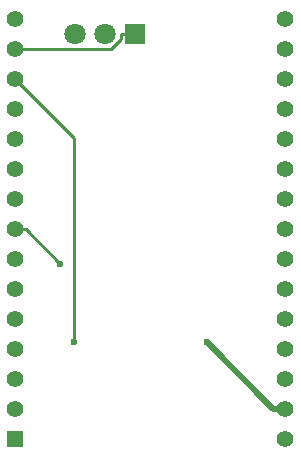
<source format=gbl>
G04 #@! TF.FileFunction,Copper,L2,Bot,Signal*
%FSLAX46Y46*%
G04 Gerber Fmt 4.6, Leading zero omitted, Abs format (unit mm)*
G04 Created by KiCad (PCBNEW 4.0.7) date 03/30/18 23:46:17*
%MOMM*%
%LPD*%
G01*
G04 APERTURE LIST*
%ADD10C,0.100000*%
%ADD11R,1.397000X1.397000*%
%ADD12C,1.397000*%
%ADD13R,1.800000X1.800000*%
%ADD14C,1.800000*%
%ADD15C,0.600000*%
%ADD16C,0.500000*%
%ADD17C,0.250000*%
G04 APERTURE END LIST*
D10*
D11*
X137160000Y-139700000D03*
D12*
X137160000Y-137160000D03*
X137160000Y-134620000D03*
X137160000Y-132080000D03*
X137160000Y-129540000D03*
X137160000Y-127000000D03*
X137160000Y-124460000D03*
X137160000Y-121920000D03*
X137160000Y-119380000D03*
X137160000Y-116840000D03*
X137160000Y-114300000D03*
X137160000Y-111760000D03*
X137160000Y-109220000D03*
X137160000Y-106680000D03*
X137160000Y-104140000D03*
X160020000Y-104140000D03*
X160020000Y-106680000D03*
X160020000Y-109220000D03*
X160020000Y-111760000D03*
X160020000Y-114300000D03*
X160020000Y-116840000D03*
X160020000Y-119380000D03*
X160020000Y-121920000D03*
X160020000Y-124460000D03*
X160020000Y-127000000D03*
X160020000Y-129540000D03*
X160020000Y-132080000D03*
X160020000Y-134620000D03*
X160020000Y-137160000D03*
X160020000Y-139700000D03*
D13*
X147320000Y-105410000D03*
D14*
X144780000Y-105410000D03*
X142240000Y-105410000D03*
D15*
X153342700Y-131514200D03*
X140976700Y-124865900D03*
X142155400Y-131535800D03*
D16*
X158988500Y-137160000D02*
X160020000Y-137160000D01*
X153342700Y-131514200D02*
X158988500Y-137160000D01*
D17*
X138030800Y-121920000D02*
X140976700Y-124865900D01*
X137160000Y-121920000D02*
X138030800Y-121920000D01*
X142155400Y-114215400D02*
X142155400Y-131535800D01*
X137160000Y-109220000D02*
X142155400Y-114215400D01*
X145284200Y-106680000D02*
X137160000Y-106680000D01*
X146094700Y-105869500D02*
X145284200Y-106680000D01*
X146094700Y-105410000D02*
X146094700Y-105869500D01*
X147320000Y-105410000D02*
X146094700Y-105410000D01*
M02*

</source>
